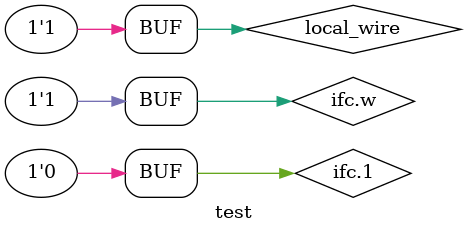
<source format=sv>
interface asynch_if();
    logic l;
    wire w;
endinterface //asynch_if()

module test(asynch_if ifc);
    //  difference between declaring signals in interface as wire or logic
    logic local_wire;
    assign ifc.w = local_wire;

    initial begin
        ifc.1 <= 0; //  Drive asych logic directly
        local_wire <= 1;    // but drive wire through assign
    end

endmodule
</source>
